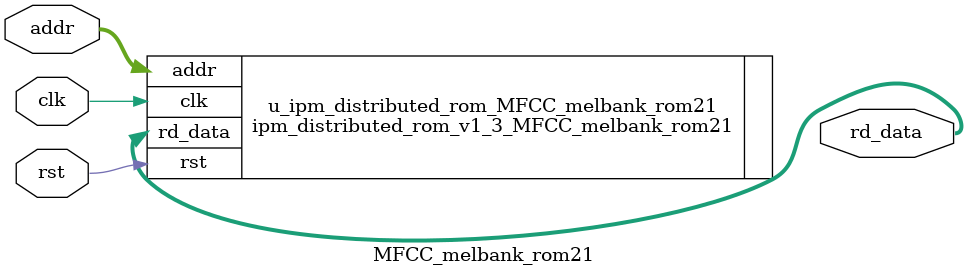
<source format=v>


`timescale 1 ns / 1 ps
module MFCC_melbank_rom21
    (
     addr        ,
     rst         ,
     clk         ,
     rd_data
    );

    localparam ADDR_WIDTH = 9 ; //@IPC int 4,10

    localparam DATA_WIDTH = 8 ; //@IPC int 1,256

    localparam RST_TYPE = "ASYNC" ; //@IPC enum ASYNC,SYNC

    localparam OUT_REG = 0 ; //@IPC bool

    localparam INIT_ENABLE = 1 ; //@IPC bool

    localparam INIT_FILE = "D:/PDS_FPGA/Audio_test/ipcore/MFCC_melbank_rom21/rtl/output20_MFCC_melbank_rom21.dat" ; //@IPC string

    localparam FILE_FORMAT = "BIN" ; //@IPC enum BIN,HEX


     output   wire  [DATA_WIDTH-1:0]       rd_data ;
     input    wire  [ADDR_WIDTH-1:0]       addr    ;
     input                                 clk     ;
     input                                 rst     ;

ipm_distributed_rom_v1_3_MFCC_melbank_rom21
   #(
     .ADDR_WIDTH    (ADDR_WIDTH     ), //address width   range:4-10
     .DATA_WIDTH    (DATA_WIDTH     ), //data width      range:4-256
     .RST_TYPE      (RST_TYPE       ), //reset type   "ASYNC_RESET" "SYNC_RESET"
     .OUT_REG       (OUT_REG        ), //output options :non_register(0)  register(1)
     .INIT_FILE     (INIT_FILE      ), //legal value:"NONE" or "initial file name"
     .FILE_FORMAT   (FILE_FORMAT    )  //initial data format : "bin" or "hex"
    )u_ipm_distributed_rom_MFCC_melbank_rom21
    (
     .rd_data       (rd_data        ),
     .addr          (addr           ),
     .clk           (clk            ),
     .rst           (rst            )

    );
endmodule

</source>
